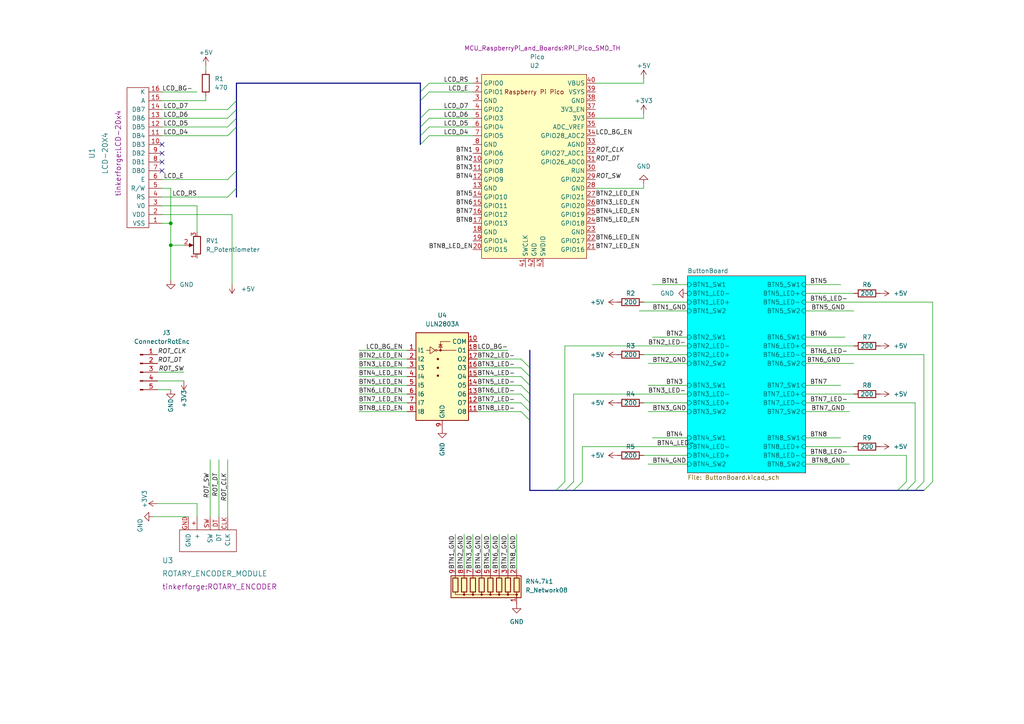
<source format=kicad_sch>
(kicad_sch (version 20211123) (generator eeschema)
  (paper "A4")
  (title_block (title "Rasp. Pico, Klipper HMI") (date "2022-03-03") (rev "1"))
  (lib_symbols
    (symbol "Connector:Conn_01x05_Male" (pin_names (offset 1.016) hide)
      (property "Reference" "J" (at 0 7.62 0))
      (property "Value" "Conn_01x05_Male" (at 0 -7.62 0))
      (symbol "Conn_01x05_Male_1_1"
        (polyline (pts (xy 1.27 -5.08) (xy 0.8636 -5.08)) (stroke (width 0.1524)))
        (polyline (pts (xy 1.27 -2.54) (xy 0.8636 -2.54)) (stroke (width 0.1524)))
        (polyline (pts (xy 1.27 0) (xy 0.8636 0)) (stroke (width 0.1524)))
        (polyline (pts (xy 1.27 2.54) (xy 0.8636 2.54)) (stroke (width 0.1524)))
        (polyline (pts (xy 1.27 5.08) (xy 0.8636 5.08)) (stroke (width 0.1524)))
        (rectangle (start 0.8636 -4.953) (end 0 -5.207) (stroke (width 0.1524)) (fill (type outline)))
        (rectangle (start 0.8636 -2.413) (end 0 -2.667) (stroke (width 0.1524)) (fill (type outline)))
        (rectangle (start 0.8636 0.127) (end 0 -0.127) (stroke (width 0.1524)) (fill (type outline)))
        (rectangle (start 0.8636 2.667) (end 0 2.413) (stroke (width 0.1524)) (fill (type outline)))
        (rectangle (start 0.8636 5.207) (end 0 4.953) (stroke (width 0.1524)) (fill (type outline)))
        (pin passive line (at 5.08 5.08 180) (length 3.81) (name "Pin_1") (number "1"))
        (pin passive line (at 5.08 2.54 180) (length 3.81) (name "Pin_2") (number "2"))
        (pin passive line (at 5.08 0 180) (length 3.81) (name "Pin_3") (number "3"))
        (pin passive line (at 5.08 -2.54 180) (length 3.81) (name "Pin_4") (number "4"))
        (pin passive line (at 5.08 -5.08 180) (length 3.81) (name "Pin_5") (number "5"))
      )
    )
    (symbol "Device:R" (pin_numbers hide) (pin_names (offset 0))
      (property "Reference" "R" (at 2.032 0 90))
      (property "Value" "R" (at 0 0 90))
      (symbol "R_0_1"
        (rectangle (start -1.016 -2.54) (end 1.016 2.54) (stroke (width 0.254)))
      )
      (symbol "R_1_1"
        (pin passive line (at 0 3.81 270) (length 1.27) (name "~") (number "1"))
        (pin passive line (at 0 -3.81 90) (length 1.27) (name "~") (number "2"))
      )
    )
    (symbol "Device:R_Network08" (pin_names (offset 0) hide)
      (property "Reference" "RN" (at -12.7 0 90))
      (property "Value" "R_Network08" (at 10.16 0 90))
      (symbol "R_Network08_0_1"
        (rectangle (start -11.43 -3.175) (end 8.89 3.175) (stroke (width 0.254)) (fill (type background)))
        (rectangle (start -10.922 1.524) (end -9.398 -2.54) (stroke (width 0.254)))
        (circle (center -10.16 2.286) (radius 0.254) (fill (type outline)))
        (rectangle (start -8.382 1.524) (end -6.858 -2.54) (stroke (width 0.254)))
        (circle (center -7.62 2.286) (radius 0.254) (fill (type outline)))
        (rectangle (start -5.842 1.524) (end -4.318 -2.54) (stroke (width 0.254)))
        (circle (center -5.08 2.286) (radius 0.254) (fill (type outline)))
        (rectangle (start -3.302 1.524) (end -1.778 -2.54) (stroke (width 0.254)))
        (circle (center -2.54 2.286) (radius 0.254) (fill (type outline)))
        (rectangle (start -0.762 1.524) (end 0.762 -2.54) (stroke (width 0.254)))
        (polyline (pts (xy -10.16 -2.54) (xy -10.16 -3.81)))
        (polyline (pts (xy -7.62 -2.54) (xy -7.62 -3.81)))
        (polyline (pts (xy -5.08 -2.54) (xy -5.08 -3.81)))
        (polyline (pts (xy -2.54 -2.54) (xy -2.54 -3.81)))
        (polyline (pts (xy 0 -2.54) (xy 0 -3.81)))
        (polyline (pts (xy 2.54 -2.54) (xy 2.54 -3.81)))
        (polyline (pts (xy 5.08 -2.54) (xy 5.08 -3.81)))
        (polyline (pts (xy 7.62 -2.54) (xy 7.62 -3.81)))
        (polyline (pts (xy -10.16 1.524) (xy -10.16 2.286) (xy -7.62 2.286) (xy -7.62 1.524)))
        (polyline (pts (xy -7.62 1.524) (xy -7.62 2.286) (xy -5.08 2.286) (xy -5.08 1.524)))
        (polyline (pts (xy -5.08 1.524) (xy -5.08 2.286) (xy -2.54 2.286) (xy -2.54 1.524)))
        (polyline (pts (xy -2.54 1.524) (xy -2.54 2.286) (xy 0 2.286) (xy 0 1.524)))
        (polyline (pts (xy 0 1.524) (xy 0 2.286) (xy 2.54 2.286) (xy 2.54 1.524)))
        (polyline (pts (xy 2.54 1.524) (xy 2.54 2.286) (xy 5.08 2.286) (xy 5.08 1.524)))
        (polyline (pts (xy 5.08 1.524) (xy 5.08 2.286) (xy 7.62 2.286) (xy 7.62 1.524)))
        (circle (center 0 2.286) (radius 0.254) (fill (type outline)))
        (rectangle (start 1.778 1.524) (end 3.302 -2.54) (stroke (width 0.254)))
        (circle (center 2.54 2.286) (radius 0.254) (fill (type outline)))
        (rectangle (start 4.318 1.524) (end 5.842 -2.54) (stroke (width 0.254)))
        (circle (center 5.08 2.286) (radius 0.254) (fill (type outline)))
        (rectangle (start 6.858 1.524) (end 8.382 -2.54) (stroke (width 0.254)))
      )
      (symbol "R_Network08_1_1"
        (pin passive line (at -10.16 5.08 270) (length 2.54) (name "common") (number "1"))
        (pin passive line (at -10.16 -5.08 90) (length 1.27) (name "R1") (number "2"))
        (pin passive line (at -7.62 -5.08 90) (length 1.27) (name "R2") (number "3"))
        (pin passive line (at -5.08 -5.08 90) (length 1.27) (name "R3") (number "4"))
        (pin passive line (at -2.54 -5.08 90) (length 1.27) (name "R4") (number "5"))
        (pin passive line (at 0 -5.08 90) (length 1.27) (name "R5") (number "6"))
        (pin passive line (at 2.54 -5.08 90) (length 1.27) (name "R6") (number "7"))
        (pin passive line (at 5.08 -5.08 90) (length 1.27) (name "R7") (number "8"))
        (pin passive line (at 7.62 -5.08 90) (length 1.27) (name "R8") (number "9"))
      )
    )
    (symbol "Device:R_Potentiometer" (pin_names (offset 1.016) hide)
      (property "Reference" "RV" (at -4.445 0 90))
      (property "Value" "R_Potentiometer" (at -2.54 0 90))
      (symbol "R_Potentiometer_0_1"
        (polyline (pts (xy 2.54 0) (xy 1.524 0)))
        (polyline (pts (xy 1.143 0) (xy 2.286 0.508) (xy 2.286 -0.508) (xy 1.143 0)) (fill (type outline)))
        (rectangle (start 1.016 2.54) (end -1.016 -2.54) (stroke (width 0.254)))
      )
      (symbol "R_Potentiometer_1_1"
        (pin passive line (at 0 3.81 270) (length 1.27) (name "1") (number "1"))
        (pin passive line (at 3.81 0 180) (length 1.27) (name "2") (number "2"))
        (pin passive line (at 0 -3.81 90) (length 1.27) (name "3") (number "3"))
      )
    )
    (symbol "MCU_RaspberryPi_and_Boards:Pico"
      (property "Reference" "U" (at -13.97 27.94 0))
      (property "Value" "Pico" (at 0 19.05 0))
      (property "Footprint" "MCU_RaspberryPi_and_Boards:RPi_Pico_SMD_TH" (at 0 0 90))
      (symbol "Pico_0_0"
        (text "Raspberry Pi Pico" (at 0 21.59 0) (effects (font (size 1.27 1.27))))
      )
      (symbol "Pico_0_1"
        (rectangle (start -15.24 26.67) (end 15.24 -26.67) (fill (type background)))
      )
      (symbol "Pico_1_1"
        (pin bidirectional line (at -17.78 24.13 0) (length 2.54) (name "GPIO0") (number "1"))
        (pin bidirectional line (at -17.78 1.27 0) (length 2.54) (name "GPIO7") (number "10"))
        (pin bidirectional line (at -17.78 -1.27 0) (length 2.54) (name "GPIO8") (number "11"))
        (pin bidirectional line (at -17.78 -3.81 0) (length 2.54) (name "GPIO9") (number "12"))
        (pin power_in line (at -17.78 -6.35 0) (length 2.54) (name "GND") (number "13"))
        (pin bidirectional line (at -17.78 -8.89 0) (length 2.54) (name "GPIO10") (number "14"))
        (pin bidirectional line (at -17.78 -11.43 0) (length 2.54) (name "GPIO11") (number "15"))
        (pin bidirectional line (at -17.78 -13.97 0) (length 2.54) (name "GPIO12") (number "16"))
        (pin bidirectional line (at -17.78 -16.51 0) (length 2.54) (name "GPIO13") (number "17"))
        (pin power_in line (at -17.78 -19.05 0) (length 2.54) (name "GND") (number "18"))
        (pin bidirectional line (at -17.78 -21.59 0) (length 2.54) (name "GPIO14") (number "19"))
        (pin bidirectional line (at -17.78 21.59 0) (length 2.54) (name "GPIO1") (number "2"))
        (pin bidirectional line (at -17.78 -24.13 0) (length 2.54) (name "GPIO15") (number "20"))
        (pin bidirectional line (at 17.78 -24.13 180) (length 2.54) (name "GPIO16") (number "21"))
        (pin bidirectional line (at 17.78 -21.59 180) (length 2.54) (name "GPIO17") (number "22"))
        (pin power_in line (at 17.78 -19.05 180) (length 2.54) (name "GND") (number "23"))
        (pin bidirectional line (at 17.78 -16.51 180) (length 2.54) (name "GPIO18") (number "24"))
        (pin bidirectional line (at 17.78 -13.97 180) (length 2.54) (name "GPIO19") (number "25"))
        (pin bidirectional line (at 17.78 -11.43 180) (length 2.54) (name "GPIO20") (number "26"))
        (pin bidirectional line (at 17.78 -8.89 180) (length 2.54) (name "GPIO21") (number "27"))
        (pin power_in line (at 17.78 -6.35 180) (length 2.54) (name "GND") (number "28"))
        (pin bidirectional line (at 17.78 -3.81 180) (length 2.54) (name "GPIO22") (number "29"))
        (pin power_in line (at -17.78 19.05 0) (length 2.54) (name "GND") (number "3"))
        (pin input line (at 17.78 -1.27 180) (length 2.54) (name "RUN") (number "30"))
        (pin bidirectional line (at 17.78 1.27 180) (length 2.54) (name "GPIO26_ADC0") (number "31"))
        (pin bidirectional line (at 17.78 3.81 180) (length 2.54) (name "GPIO27_ADC1") (number "32"))
        (pin power_in line (at 17.78 6.35 180) (length 2.54) (name "AGND") (number "33"))
        (pin bidirectional line (at 17.78 8.89 180) (length 2.54) (name "GPIO28_ADC2") (number "34"))
        (pin power_in line (at 17.78 11.43 180) (length 2.54) (name "ADC_VREF") (number "35"))
        (pin power_in line (at 17.78 13.97 180) (length 2.54) (name "3V3") (number "36"))
        (pin input line (at 17.78 16.51 180) (length 2.54) (name "3V3_EN") (number "37"))
        (pin bidirectional line (at 17.78 19.05 180) (length 2.54) (name "GND") (number "38"))
        (pin power_in line (at 17.78 21.59 180) (length 2.54) (name "VSYS") (number "39"))
        (pin bidirectional line (at -17.78 16.51 0) (length 2.54) (name "GPIO2") (number "4"))
        (pin power_in line (at 17.78 24.13 180) (length 2.54) (name "VBUS") (number "40"))
        (pin input line (at -2.54 -29.21 90) (length 2.54) (name "SWCLK") (number "41"))
        (pin power_in line (at 0 -29.21 90) (length 2.54) (name "GND") (number "42"))
        (pin bidirectional line (at 2.54 -29.21 90) (length 2.54) (name "SWDIO") (number "43"))
        (pin bidirectional line (at -17.78 13.97 0) (length 2.54) (name "GPIO3") (number "5"))
        (pin bidirectional line (at -17.78 11.43 0) (length 2.54) (name "GPIO4") (number "6"))
        (pin bidirectional line (at -17.78 8.89 0) (length 2.54) (name "GPIO5") (number "7"))
        (pin power_in line (at -17.78 6.35 0) (length 2.54) (name "GND") (number "8"))
        (pin bidirectional line (at -17.78 3.81 0) (length 2.54) (name "GPIO6") (number "9"))
      )
    )
    (symbol "Transistor_Array:ULN2803A"
      (property "Reference" "U" (at 0 13.335 0))
      (property "Value" "ULN2803A" (at 0 11.43 0))
      (symbol "ULN2803A_0_1"
        (rectangle (start -7.62 -15.24) (end 7.62 10.16) (stroke (width 0.254)) (fill (type background)))
        (circle (center -1.778 5.08) (radius 0.254))
        (circle (center -1.27 -2.286) (radius 0.254) (fill (type outline)))
        (circle (center -1.27 0) (radius 0.254) (fill (type outline)))
        (circle (center -1.27 2.54) (radius 0.254) (fill (type outline)))
        (circle (center -0.508 5.08) (radius 0.254) (fill (type outline)))
        (polyline (pts (xy -4.572 5.08) (xy -3.556 5.08)))
        (polyline (pts (xy -1.524 5.08) (xy 4.064 5.08)))
        (polyline (pts (xy 0 6.731) (xy -1.016 6.731)))
        (polyline (pts (xy -0.508 5.08) (xy -0.508 7.62) (xy 2.286 7.62)))
        (polyline (pts (xy -3.556 6.096) (xy -3.556 4.064) (xy -2.032 5.08) (xy -3.556 6.096)))
        (polyline (pts (xy 0 5.969) (xy -1.016 5.969) (xy -0.508 6.731) (xy 0 5.969)))
      )
      (symbol "ULN2803A_1_1"
        (pin input line (at -10.16 5.08 0) (length 2.54) (name "I1") (number "1"))
        (pin passive line (at 10.16 7.62 180) (length 2.54) (name "COM") (number "10"))
        (pin open_collector line (at 10.16 -12.7 180) (length 2.54) (name "O8") (number "11"))
        (pin open_collector line (at 10.16 -10.16 180) (length 2.54) (name "O7") (number "12"))
        (pin open_collector line (at 10.16 -7.62 180) (length 2.54) (name "O6") (number "13"))
        (pin open_collector line (at 10.16 -5.08 180) (length 2.54) (name "O5") (number "14"))
        (pin open_collector line (at 10.16 -2.54 180) (length 2.54) (name "O4") (number "15"))
        (pin open_collector line (at 10.16 0 180) (length 2.54) (name "O3") (number "16"))
        (pin open_collector line (at 10.16 2.54 180) (length 2.54) (name "O2") (number "17"))
        (pin open_collector line (at 10.16 5.08 180) (length 2.54) (name "O1") (number "18"))
        (pin input line (at -10.16 2.54 0) (length 2.54) (name "I2") (number "2"))
        (pin input line (at -10.16 0 0) (length 2.54) (name "I3") (number "3"))
        (pin input line (at -10.16 -2.54 0) (length 2.54) (name "I4") (number "4"))
        (pin input line (at -10.16 -5.08 0) (length 2.54) (name "I5") (number "5"))
        (pin input line (at -10.16 -7.62 0) (length 2.54) (name "I6") (number "6"))
        (pin input line (at -10.16 -10.16 0) (length 2.54) (name "I7") (number "7"))
        (pin input line (at -10.16 -12.7 0) (length 2.54) (name "I8") (number "8"))
        (pin power_in line (at 0 -17.78 90) (length 2.54) (name "GND") (number "9"))
      )
    )
    (symbol "power:+3.3V" (power) (pin_names (offset 0))
      (property "Value" "+3.3V" (at 0 3.556 0))
      (symbol "+3.3V_0_1"
        (polyline (pts (xy -0.762 1.27) (xy 0 2.54)))
        (polyline (pts (xy 0 0) (xy 0 2.54)))
        (polyline (pts (xy 0 2.54) (xy 0.762 1.27)))
      )
      (symbol "+3.3V_1_1"
        (pin power_in line (at 0 0 90) (length 0) hide (name "+3V3") (number "1"))
      )
    )
    (symbol "power:+3V3" (power) (pin_names (offset 0))
      (property "Value" "+3V3" (at 0 3.556 0))
      (symbol "+3V3_0_1"
        (polyline (pts (xy -0.762 1.27) (xy 0 2.54)))
        (polyline (pts (xy 0 0) (xy 0 2.54)))
        (polyline (pts (xy 0 2.54) (xy 0.762 1.27)))
      )
      (symbol "+3V3_1_1"
        (pin power_in line (at 0 0 90) (length 0) hide (name "+3V3") (number "1"))
      )
    )
    (symbol "power:+5V" (power) (pin_names (offset 0))
      (property "Value" "+5V" (at 0 3.556 0))
      (symbol "+5V_0_1"
        (polyline (pts (xy -0.762 1.27) (xy 0 2.54)))
        (polyline (pts (xy 0 0) (xy 0 2.54)))
        (polyline (pts (xy 0 2.54) (xy 0.762 1.27)))
      )
      (symbol "+5V_1_1"
        (pin power_in line (at 0 0 90) (length 0) hide (name "+5V") (number "1"))
      )
    )
    (symbol "power:GND" (power) (pin_names (offset 0))
      (property "Value" "GND" (at 0 -3.81 0))
      (symbol "GND_0_1"
        (polyline (pts (xy 0 0) (xy 0 -1.27) (xy 1.27 -1.27) (xy 0 -2.54) (xy -1.27 -1.27) (xy 0 -1.27)))
      )
      (symbol "GND_1_1"
        (pin power_in line (at 0 0 270) (length 0) hide (name "GND") (number "1"))
      )
    )
    (symbol "tinkerforge:+5V" (power) (pin_names (offset 0))
      (property "Value" "+5V" (at 0 3.556 0))
      (symbol "+5V_0_1"
        (polyline (pts (xy -0.762 1.27) (xy 0 2.54)))
        (polyline (pts (xy 0 0) (xy 0 2.54)))
        (polyline (pts (xy 0 2.54) (xy 0.762 1.27)))
      )
      (symbol "+5V_1_1"
        (pin power_in line (at 0 0 90) (length 0) hide (name "+5V") (number "1"))
      )
    )
    (symbol "tinkerforge:LCD-20X4" (pin_names (offset 1.016))
      (property "Reference" "U" (at 0 22.86 0))
      (property "Value" "LCD-20X4" (at 1.27 -21.59 0))
      (property "Footprint" "tinkerforge:LCD-20x4" (at 0 0 0))
      (symbol "LCD-20X4_0_1"
        (rectangle (start 0 20.32) (end 6.35 -20.32))
      )
      (symbol "LCD-20X4_1_1"
        (pin passive line (at -3.81 19.05 0) (length 3.81) (name "VSS") (number "1"))
        (pin passive line (at -3.81 -3.81 0) (length 3.81) (name "DB3") (number "10"))
        (pin passive line (at -3.81 -6.35 0) (length 3.81) (name "DB4") (number "11"))
        (pin passive line (at -3.81 -8.89 0) (length 3.81) (name "DB5") (number "12"))
        (pin passive line (at -3.81 -11.43 0) (length 3.81) (name "DB6") (number "13"))
        (pin passive line (at -3.81 -13.97 0) (length 3.81) (name "DB7") (number "14"))
        (pin passive line (at -3.81 -16.51 0) (length 3.81) (name "A") (number "15"))
        (pin passive line (at -3.81 -19.05 0) (length 3.81) (name "K") (number "16"))
        (pin passive line (at -3.81 16.51 0) (length 3.81) (name "VDD") (number "2"))
        (pin passive line (at -3.81 13.97 0) (length 3.81) (name "V0") (number "3"))
        (pin passive line (at -3.81 11.43 0) (length 3.81) (name "RS") (number "4"))
        (pin passive line (at -3.81 8.89 0) (length 3.81) (name "R/W") (number "5"))
        (pin passive line (at -3.81 6.35 0) (length 3.81) (name "E") (number "6"))
        (pin passive line (at -3.81 3.81 0) (length 3.81) (name "DB0") (number "7"))
        (pin passive line (at -3.81 1.27 0) (length 3.81) (name "DB1") (number "8"))
        (pin passive line (at -3.81 -1.27 0) (length 3.81) (name "DB2") (number "9"))
      )
    )
    (symbol "tinkerforge:ROTARY_ENCODER_MODULE" (pin_names (offset 1.016))
      (property "Reference" "U" (at -1.27 10.16 0))
      (property "Value" "ROTARY_ENCODER_MODULE" (at 1.27 -8.89 0))
      (property "Footprint" "tinkerforge:ROTARY_ENCODER" (at 0 0 0))
      (symbol "ROTARY_ENCODER_MODULE_0_1"
        (rectangle (start -2.54 8.89) (end 3.81 -7.62))
      )
      (symbol "ROTARY_ENCODER_MODULE_1_1"
        (pin input line (at -6.35 -2.54 0) (length 3.81) (name "+") (number "+"))
        (pin input line (at -6.35 6.35 0) (length 3.81) (name "CLK") (number "CLK"))
        (pin input line (at -6.35 3.81 0) (length 3.81) (name "DT") (number "DT"))
        (pin input line (at -6.35 -5.08 0) (length 3.81) (name "GND") (number "GND"))
        (pin input line (at -6.35 1.27 0) (length 3.81) (name "SW") (number "SW"))
      )
    )
  )
  (junction (at 49.53 71.12))
  (junction (at 49.53 64.77))
  (no_connect (at 46.99 41.91))
  (no_connect (at 46.99 44.45))
  (no_connect (at 46.99 46.99))
  (no_connect (at 46.99 49.53))
  (bus_entry (at 68.58 54.61) (size -2.54 2.54))
  (bus_entry (at 68.58 29.21) (size -2.54 2.54))
  (bus_entry (at 68.58 34.29) (size -2.54 2.54))
  (bus_entry (at 68.58 36.83) (size -2.54 2.54))
  (bus_entry (at 68.58 49.53) (size -2.54 2.54))
  (bus_entry (at 68.58 31.75) (size -2.54 2.54))
  (bus_entry (at 161.29 142.24) (size 2.54 -2.54))
  (bus_entry (at 163.83 142.24) (size 2.54 -2.54))
  (bus_entry (at 166.37 142.24) (size 2.54 -2.54))
  (bus_entry (at 265.43 142.24) (size 2.54 -2.54))
  (bus_entry (at 267.97 142.24) (size 2.54 -2.54))
  (bus_entry (at 260.35 142.24) (size 2.54 -2.54))
  (bus_entry (at 262.89 142.24) (size 2.54 -2.54))
  (bus_entry (at 121.92 39.37) (size 2.54 -2.54))
  (bus_entry (at 121.92 41.91) (size 2.54 -2.54))
  (bus_entry (at 121.92 36.83) (size 2.54 -2.54))
  (bus_entry (at 121.92 34.29) (size 2.54 -2.54))
  (bus_entry (at 121.92 26.67) (size 2.54 -2.54))
  (bus_entry (at 121.92 29.21) (size 2.54 -2.54))
  (bus_entry (at 151.13 114.3) (size 2.54 2.54))
  (bus_entry (at 151.13 111.76) (size 2.54 2.54))
  (bus_entry (at 151.13 104.14) (size 2.54 2.54))
  (bus_entry (at 151.13 109.22) (size 2.54 2.54))
  (bus_entry (at 151.13 106.68) (size 2.54 2.54))
  (bus_entry (at 151.13 119.38) (size 2.54 2.54))
  (bus_entry (at 151.13 116.84) (size 2.54 2.54))
  (wire (pts (xy 46.99 52.07) (xy 66.04 52.07)))
  (wire (pts (xy 233.68 105.41) (xy 247.65 105.41)))
  (wire (pts (xy 233.68 119.38) (xy 246.38 119.38)))
  (wire (pts (xy 233.68 100.33) (xy 247.65 100.33)))
  (bus (pts (xy 265.43 142.24) (xy 262.89 142.24)))
  (bus (pts (xy 121.92 26.67) (xy 121.92 29.21)))
  (wire (pts (xy 270.51 139.7) (xy 270.51 87.63)))
  (wire (pts (xy 46.99 26.67) (xy 57.15 26.67)))
  (bus (pts (xy 153.67 121.92) (xy 153.67 142.24)))
  (bus (pts (xy 68.58 57.15) (xy 68.58 54.61)))
  (wire (pts (xy 138.43 109.22) (xy 151.13 109.22)))
  (wire (pts (xy 168.91 139.7) (xy 168.91 129.54)))
  (wire (pts (xy 189.23 97.79) (xy 199.39 97.79)))
  (wire (pts (xy 265.43 139.7) (xy 265.43 116.84)))
  (wire (pts (xy 46.99 39.37) (xy 66.04 39.37)))
  (bus (pts (xy 121.92 29.21) (xy 121.92 34.29)))
  (wire (pts (xy 168.91 129.54) (xy 199.39 129.54)))
  (wire (pts (xy 189.23 82.55) (xy 199.39 82.55)))
  (wire (pts (xy 44.45 149.86) (xy 54.61 149.86)))
  (wire (pts (xy 66.04 133.35) (xy 66.04 149.86)))
  (wire (pts (xy 262.89 139.7) (xy 262.89 132.08)))
  (wire (pts (xy 233.68 114.3) (xy 247.65 114.3)))
  (wire (pts (xy 59.69 20.32) (xy 59.69 19.05)))
  (bus (pts (xy 166.37 142.24) (xy 260.35 142.24)))
  (wire (pts (xy 186.69 54.61) (xy 186.69 53.34)))
  (wire (pts (xy 186.69 132.08) (xy 199.39 132.08)))
  (wire (pts (xy 60.96 133.35) (xy 60.96 149.86)))
  (wire (pts (xy 49.53 113.03) (xy 45.72 113.03)))
  (wire (pts (xy 104.14 114.3) (xy 118.11 114.3)))
  (wire (pts (xy 267.97 102.87) (xy 233.68 102.87)))
  (wire (pts (xy 187.96 105.41) (xy 199.39 105.41)))
  (wire (pts (xy 53.34 110.49) (xy 45.72 110.49)))
  (bus (pts (xy 68.58 49.53) (xy 68.58 36.83)))
  (wire (pts (xy 199.39 114.3) (xy 166.37 114.3)))
  (bus (pts (xy 153.67 142.24) (xy 161.29 142.24)))
  (wire (pts (xy 104.14 116.84) (xy 118.11 116.84)))
  (wire (pts (xy 67.31 62.23) (xy 67.31 82.55)))
  (wire (pts (xy 53.34 107.95) (xy 45.72 107.95)))
  (wire (pts (xy 147.32 154.94) (xy 147.32 165.1)))
  (wire (pts (xy 57.15 149.86) (xy 57.15 146.05)))
  (wire (pts (xy 270.51 87.63) (xy 233.68 87.63)))
  (wire (pts (xy 163.83 100.33) (xy 199.39 100.33)))
  (wire (pts (xy 186.69 116.84) (xy 199.39 116.84)))
  (wire (pts (xy 186.69 102.87) (xy 199.39 102.87)))
  (wire (pts (xy 149.86 154.94) (xy 149.86 165.1)))
  (bus (pts (xy 121.92 39.37) (xy 121.92 41.91)))
  (wire (pts (xy 187.96 134.62) (xy 199.39 134.62)))
  (wire (pts (xy 46.99 36.83) (xy 66.04 36.83)))
  (wire (pts (xy 59.69 27.94) (xy 59.69 29.21)))
  (wire (pts (xy 104.14 109.22) (xy 118.11 109.22)))
  (wire (pts (xy 233.68 82.55) (xy 243.84 82.55)))
  (bus (pts (xy 153.67 116.84) (xy 153.67 119.38)))
  (bus (pts (xy 121.92 24.13) (xy 121.92 26.67)))
  (wire (pts (xy 124.46 36.83) (xy 137.16 36.83)))
  (wire (pts (xy 172.72 34.29) (xy 186.69 34.29)))
  (wire (pts (xy 104.14 111.76) (xy 118.11 111.76)))
  (wire (pts (xy 46.99 64.77) (xy 49.53 64.77)))
  (wire (pts (xy 138.43 114.3) (xy 151.13 114.3)))
  (bus (pts (xy 153.67 111.76) (xy 153.67 114.3)))
  (wire (pts (xy 104.14 106.68) (xy 118.11 106.68)))
  (wire (pts (xy 124.46 31.75) (xy 137.16 31.75)))
  (wire (pts (xy 172.72 54.61) (xy 186.69 54.61)))
  (bus (pts (xy 153.67 119.38) (xy 153.67 121.92)))
  (bus (pts (xy 161.29 142.24) (xy 163.83 142.24)))
  (wire (pts (xy 49.53 71.12) (xy 49.53 81.28)))
  (wire (pts (xy 233.68 111.76) (xy 243.84 111.76)))
  (bus (pts (xy 121.92 34.29) (xy 121.92 36.83)))
  (wire (pts (xy 185.42 90.17) (xy 199.39 90.17)))
  (wire (pts (xy 124.46 39.37) (xy 137.16 39.37)))
  (bus (pts (xy 68.58 34.29) (xy 68.58 31.75)))
  (wire (pts (xy 46.99 31.75) (xy 66.04 31.75)))
  (wire (pts (xy 139.7 154.94) (xy 139.7 165.1)))
  (wire (pts (xy 233.68 127) (xy 243.84 127)))
  (wire (pts (xy 187.96 111.76) (xy 199.39 111.76)))
  (wire (pts (xy 172.72 24.13) (xy 186.69 24.13)))
  (wire (pts (xy 124.46 24.13) (xy 137.16 24.13)))
  (wire (pts (xy 134.62 154.94) (xy 134.62 165.1)))
  (wire (pts (xy 104.14 101.6) (xy 118.11 101.6)))
  (wire (pts (xy 63.5 149.86) (xy 63.5 133.35)))
  (wire (pts (xy 138.43 104.14) (xy 151.13 104.14)))
  (bus (pts (xy 260.35 142.24) (xy 262.89 142.24)))
  (wire (pts (xy 66.04 57.15) (xy 46.99 57.15)))
  (wire (pts (xy 45.72 146.05) (xy 57.15 146.05)))
  (wire (pts (xy 163.83 139.7) (xy 163.83 100.33)))
  (bus (pts (xy 68.58 24.13) (xy 121.92 24.13)))
  (wire (pts (xy 138.43 101.6) (xy 147.32 101.6)))
  (bus (pts (xy 68.58 36.83) (xy 68.58 34.29)))
  (wire (pts (xy 265.43 116.84) (xy 233.68 116.84)))
  (bus (pts (xy 68.58 31.75) (xy 68.58 29.21)))
  (wire (pts (xy 46.99 34.29) (xy 66.04 34.29)))
  (wire (pts (xy 49.53 71.12) (xy 53.34 71.12)))
  (wire (pts (xy 186.69 34.29) (xy 186.69 33.02)))
  (wire (pts (xy 57.15 59.69) (xy 57.15 67.31)))
  (wire (pts (xy 138.43 116.84) (xy 151.13 116.84)))
  (wire (pts (xy 166.37 114.3) (xy 166.37 139.7)))
  (wire (pts (xy 104.14 119.38) (xy 118.11 119.38)))
  (bus (pts (xy 68.58 54.61) (xy 68.58 49.53)))
  (bus (pts (xy 153.67 114.3) (xy 153.67 116.84)))
  (bus (pts (xy 153.67 109.22) (xy 153.67 111.76)))
  (wire (pts (xy 124.46 34.29) (xy 137.16 34.29)))
  (wire (pts (xy 49.53 54.61) (xy 49.53 64.77)))
  (wire (pts (xy 132.08 154.94) (xy 132.08 165.1)))
  (bus (pts (xy 153.67 101.6) (xy 153.67 106.68)))
  (wire (pts (xy 186.69 24.13) (xy 186.69 22.86)))
  (wire (pts (xy 138.43 106.68) (xy 151.13 106.68)))
  (wire (pts (xy 46.99 62.23) (xy 67.31 62.23)))
  (bus (pts (xy 265.43 142.24) (xy 267.97 142.24)))
  (wire (pts (xy 267.97 139.7) (xy 267.97 102.87)))
  (wire (pts (xy 189.23 127) (xy 199.39 127)))
  (wire (pts (xy 233.68 134.62) (xy 246.38 134.62)))
  (wire (pts (xy 46.99 54.61) (xy 49.53 54.61)))
  (wire (pts (xy 187.96 119.38) (xy 199.39 119.38)))
  (wire (pts (xy 46.99 29.21) (xy 59.69 29.21)))
  (wire (pts (xy 233.68 129.54) (xy 247.65 129.54)))
  (wire (pts (xy 233.68 97.79) (xy 245.11 97.79)))
  (bus (pts (xy 153.67 106.68) (xy 153.67 109.22)))
  (wire (pts (xy 262.89 132.08) (xy 233.68 132.08)))
  (wire (pts (xy 49.53 64.77) (xy 49.53 71.12)))
  (wire (pts (xy 138.43 119.38) (xy 151.13 119.38)))
  (wire (pts (xy 46.99 59.69) (xy 57.15 59.69)))
  (wire (pts (xy 137.16 154.94) (xy 137.16 165.1)))
  (wire (pts (xy 124.46 26.67) (xy 137.16 26.67)))
  (wire (pts (xy 104.14 104.14) (xy 118.11 104.14)))
  (bus (pts (xy 163.83 142.24) (xy 166.37 142.24)))
  (wire (pts (xy 138.43 111.76) (xy 151.13 111.76)))
  (wire (pts (xy 144.78 154.94) (xy 144.78 165.1)))
  (wire (pts (xy 142.24 154.94) (xy 142.24 165.1)))
  (wire (pts (xy 233.68 85.09) (xy 247.65 85.09)))
  (bus (pts (xy 68.58 29.21) (xy 68.58 24.13)))
  (wire (pts (xy 233.68 90.17) (xy 247.65 90.17)))
  (wire (pts (xy 186.69 87.63) (xy 199.39 87.63)))
  (bus (pts (xy 121.92 36.83) (xy 121.92 39.37)))
  (label "LCD_D5" (at 54.61 36.83 180))
  (label "BTN4_LED_EN" (at 172.72 62.23 0))
  (label "BTN2_LED_EN" (at 172.72 57.15 0))
  (label "BTN8_GND" (at 149.86 165.1 90))
  (label "BTN6" (at 137.16 59.69 180))
  (label "BTN2" (at 137.16 46.99 180))
  (label "BTN4" (at 198.12 127 180))
  (label "BTN5" (at 137.16 57.15 180))
  (label "BTN5_LED-" (at 138.43 111.76 0))
  (label "BTN4_LED-" (at 138.43 109.22 0))
  (label "BTN7_GND" (at 147.32 165.1 90))
  (label "BTN1_GND" (at 189.23 90.17 0))
  (label "ROT_SW" (at 172.72 52.07 0) (effects (font italic)))
  (label "BTN3_LED-" (at 187.96 114.3 0))
  (label "BTN6_GND" (at 243.84 105.41 180))
  (label "LCD_BG-" (at 147.32 101.6 180))
  (label "BTN4_GND" (at 139.7 165.1 90))
  (label "BTN7_LED-" (at 138.43 116.84 0))
  (label "BTN7_LED_EN" (at 172.72 72.39 0))
  (label "ROT_CLK" (at 45.72 102.87 0) (effects (font italic)))
  (label "BTN1" (at 196.85 82.55 180))
  (label "LCD_D7" (at 54.61 31.75 180))
  (label "ROT_DT" (at 45.72 105.41 0) (effects (font italic)))
  (label "BTN5_GND" (at 245.11 90.17 180))
  (label "ROT_DT" (at 172.72 46.99 0) (effects (font italic)))
  (label "BTN6_LED_EN" (at 172.72 69.85 0))
  (label "BTN8_LED-" (at 234.95 132.08 0))
  (label "LCD_BG_EN" (at 172.72 39.37 0))
  (label "BTN6" (at 234.95 97.79 0))
  (label "ROT_SW" (at 60.96 137.16 270) (effects (font italic)))
  (label "ROT_CLK" (at 66.04 137.16 270) (effects (font italic)))
  (label "BTN1_GND" (at 132.08 165.1 90))
  (label "BTN5" (at 234.95 82.55 0))
  (label "BTN4_LED-" (at 190.5 129.54 0))
  (label "BTN3_GND" (at 137.16 165.1 90))
  (label "BTN7" (at 234.95 111.76 0))
  (label "LCD_RS" (at 57.15 57.15 180))
  (label "LCD_BG-" (at 55.88 26.67 180))
  (label "LCD_E" (at 53.34 52.07 180))
  (label "BTN6_LED_EN" (at 116.84 114.3 180))
  (label "BTN5_LED_EN" (at 172.72 64.77 0))
  (label "BTN4_LED_EN" (at 116.84 109.22 180))
  (label "BTN5_LED_EN" (at 116.84 111.76 180))
  (label "BTN8_LED_EN" (at 116.84 119.38 180))
  (label "BTN8" (at 234.95 127 0))
  (label "BTN2_GND" (at 134.62 165.1 90))
  (label "BTN3_LED-" (at 138.43 106.68 0))
  (label "BTN2_GND" (at 189.23 105.41 0))
  (label "LCD_D7" (at 135.89 31.75 180))
  (label "BTN5_GND" (at 142.24 165.1 90))
  (label "BTN2_LED_EN" (at 116.84 104.14 180))
  (label "BTN5_LED-" (at 234.95 87.63 0))
  (label "LCD_D5" (at 135.89 36.83 180))
  (label "BTN3" (at 137.16 49.53 180))
  (label "BTN2_LED-" (at 187.96 100.33 0))
  (label "BTN3_LED_EN" (at 116.84 106.68 180))
  (label "ROT_SW" (at 53.34 107.95 180) (effects (font italic)))
  (label "LCD_BG_EN" (at 116.84 101.6 180))
  (label "BTN6_GND" (at 144.78 165.1 90))
  (label "LCD_D4" (at 135.89 39.37 180))
  (label "BTN8_LED-" (at 138.43 119.38 0))
  (label "LCD_D6" (at 135.89 34.29 180))
  (label "BTN3" (at 198.12 111.76 180))
  (label "LCD_D4" (at 54.61 39.37 180))
  (label "BTN7_LED-" (at 234.95 116.84 0))
  (label "LCD_D6" (at 54.61 34.29 180))
  (label "BTN8_GND" (at 245.11 134.62 180))
  (label "BTN3_LED_EN" (at 172.72 59.69 0))
  (label "BTN8" (at 137.16 64.77 180))
  (label "ROT_CLK" (at 172.72 44.45 0) (effects (font italic)))
  (label "BTN6_LED-" (at 234.95 102.87 0))
  (label "LCD_RS" (at 135.89 24.13 180))
  (label "LCD_E" (at 135.89 26.67 180))
  (label "ROT_DT" (at 63.5 137.16 270) (effects (font italic)))
  (label "BTN6_LED-" (at 138.43 114.3 0))
  (label "BTN7_LED_EN" (at 116.84 116.84 180))
  (label "BTN4_GND" (at 189.23 134.62 0))
  (label "BTN2" (at 198.12 97.79 180))
  (label "BTN4" (at 137.16 52.07 180))
  (label "BTN3_GND" (at 189.23 119.38 0))
  (label "BTN8_LED_EN" (at 137.16 72.39 180))
  (label "BTN1" (at 137.16 44.45 180))
  (label "BTN2_LED-" (at 138.43 104.14 0))
  (label "BTN7" (at 137.16 62.23 180))
  (label "BTN7_GND" (at 245.11 119.38 180))
  (symbol (lib_id "power:+5V") (at 255.27 114.3 270) (unit 1)
    (property "Reference" "#PWR0109" (effects hide))
    (property "Value" "+5V" (at 259.08 114.2999 90) (effects (justify left)))
  )
  (symbol (lib_id "tinkerforge:LCD-20X4") (at 43.18 45.72 180) (unit 1)
    (property "Reference" "U1" (at 26.67 44.45 90) (effects (font (size 1.524 1.524))))
    (property "Value" "LCD-20X4" (at 30.48 44.45 90) (effects (font (size 1.524 1.524))))
    (property "Footprint" "tinkerforge:LCD-20x4" (at 34.29 44.45 90) (effects (font (size 1.524 1.524))))
  )
  (symbol (lib_id "power:+5V") (at 67.31 82.55 180) (unit 1)
    (property "Reference" "#PWR0102" (effects hide))
    (property "Value" "+5V" (at 69.85 83.82 0) (effects (justify right)))
  )
  (symbol (lib_id "Device:R") (at 251.46 85.09 270) (unit 1)
    (property "Reference" "R6" (at 251.46 82.55 90))
    (property "Value" "200" (at 251.46 85.09 90))
  )
  (symbol (lib_id "power:GND") (at 49.53 81.28 0) (unit 1)
    (property "Reference" "#PWR0101" (effects hide))
    (property "Value" "GND" (at 52.07 82.5499 0) (effects (justify left)))
  )
  (symbol (lib_id "Transistor_Array:ULN2803A") (at 128.27 106.68 0) (unit 1)
    (property "Reference" "U4" (at 128.27 91.44 0))
    (property "Value" "ULN2803A" (at 128.27 93.98 0))
    (property "Datasheet" "http://www.ti.com/lit/ds/symlink/uln2803a.pdf" (effects hide))
  )
  (symbol (lib_id "Device:R") (at 251.46 129.54 90) (unit 1)
    (property "Reference" "R9" (at 251.46 127 90))
    (property "Value" "200" (at 251.46 129.54 90))
  )
  (symbol (lib_id "Device:R") (at 182.88 102.87 90) (unit 1)
    (property "Reference" "R3" (at 182.88 100.33 90))
    (property "Value" "200" (at 182.88 102.87 90))
  )
  (symbol (lib_id "power:+5V") (at 179.07 132.08 90) (unit 1)
    (property "Reference" "#PWR0115" (effects hide))
    (property "Value" "+5V" (at 175.26 132.0799 90) (effects (justify left)))
  )
  (symbol (lib_id "power:GND") (at 186.69 53.34 180) (unit 1)
    (property "Reference" "#PWR0107" (effects hide))
    (property "Value" "GND" (at 186.69 48.26 0))
  )
  (symbol (lib_id "power:GND") (at 128.27 124.46 0) (unit 1)
    (property "Reference" "#PWR0106" (effects hide))
    (property "Value" "GND" (at 128.27 128.27 90) (effects (justify right)))
  )
  (symbol (lib_id "tinkerforge:+5V") (at 186.69 22.86 0) (unit 1)
    (property "Reference" "#PWR0118" (effects hide))
    (property "Value" "+5V" (at 186.69 19.05 0))
  )
  (symbol (lib_id "Device:R_Potentiometer") (at 57.15 71.12 180) (unit 1)
    (property "Reference" "RV1" (at 59.69 69.8499 0) (effects (justify right)))
    (property "Value" "R_Potentiometer" (at 59.69 72.3899 0) (effects (justify right)))
  )
  (symbol (lib_id "Device:R") (at 251.46 100.33 270) (unit 1)
    (property "Reference" "R7" (at 251.46 97.79 90))
    (property "Value" "200" (at 251.46 100.33 90))
  )
  (symbol (lib_id "power:GND") (at 44.45 149.86 270) (unit 1)
    (property "Reference" "#PWR0103" (effects hide))
    (property "Value" "GND" (at 40.64 152.4 0))
  )
  (symbol (lib_id "power:+5V") (at 255.27 129.54 270) (unit 1)
    (property "Reference" "#PWR0112" (effects hide))
    (property "Value" "+5V" (at 259.08 129.5399 90) (effects (justify left)))
  )
  (symbol (lib_id "Device:R") (at 182.88 87.63 270) (unit 1)
    (property "Reference" "R2" (at 182.88 85.09 90))
    (property "Value" "200" (at 182.88 87.63 90))
  )
  (symbol (lib_id "Device:R") (at 251.46 114.3 90) (unit 1)
    (property "Reference" "R8" (at 251.46 111.76 90))
    (property "Value" "200" (at 251.46 114.3 90))
  )
  (symbol (lib_id "power:+5V") (at 59.69 19.05 0) (unit 1)
    (property "Reference" "#PWR0104" (effects hide))
    (property "Value" "+5V" (at 59.69 15.24 0))
  )
  (symbol (lib_id "Device:R") (at 182.88 132.08 90) (unit 1)
    (property "Reference" "R5" (at 182.88 129.54 90))
    (property "Value" "200" (at 182.88 132.08 90))
  )
  (symbol (lib_id "power:GND") (at 199.39 85.09 270) (unit 1)
    (property "Reference" "#PWR0116" (effects hide))
    (property "Value" "GND" (at 195.58 85.0899 90) (effects (justify right)))
  )
  (symbol (lib_id "power:+5V") (at 179.07 102.87 90) (unit 1)
    (property "Reference" "#PWR0113" (effects hide))
    (property "Value" "+5V" (at 175.26 102.8699 90) (effects (justify left)))
  )
  (symbol (lib_id "Device:R_Network08") (at 139.7 170.18 180) (unit 1)
    (property "Reference" "RN4.7k1" (at 152.4 168.6559 0) (effects (justify right)))
    (property "Value" "R_Network08" (at 152.4 171.1959 0) (effects (justify right)))
    (property "Footprint" "Resistor_THT:R_Array_SIP9" (effects hide))
    (property "Datasheet" "http://www.vishay.com/docs/31509/csc.pdf" (effects hide))
  )
  (symbol (lib_id "power:+3V3") (at 45.72 146.05 90) (unit 1)
    (property "Reference" "#PWR0105" (effects hide))
    (property "Value" "+3V3" (at 41.91 144.78 0))
  )
  (symbol (lib_id "power:+3.3V") (at 186.69 33.02 0) (unit 1)
    (property "Reference" "#PWR0108" (effects hide))
    (property "Value" "+3.3V" (at 186.69 29.21 0))
  )
  (symbol (lib_id "power:+5V") (at 255.27 100.33 270) (unit 1)
    (property "Reference" "#PWR0110" (effects hide))
    (property "Value" "+5V" (at 259.08 100.3299 90) (effects (justify left)))
  )
  (symbol (lib_id "tinkerforge:ROTARY_ENCODER_MODULE") (at 59.69 156.21 270) (unit 1)
    (property "Reference" "U3" (at 46.99 162.56 90) (effects (font (size 1.524 1.524)) (justify left)))
    (property "Value" "ROTARY_ENCODER_MODULE" (at 46.99 166.37 90) (effects (font (size 1.524 1.524)) (justify left)))
    (property "Footprint" "tinkerforge:ROTARY_ENCODER" (at 46.99 170.18 90) (effects (font (size 1.524 1.524)) (justify left)))
  )
  (symbol (lib_id "Device:R") (at 59.69 24.13 180) (unit 1)
    (property "Reference" "R1" (at 62.23 22.8599 0) (effects (justify right)))
    (property "Value" "470" (at 62.23 25.3999 0) (effects (justify right)))
  )
  (symbol (lib_id "Device:R") (at 182.88 116.84 270) (unit 1)
    (property "Reference" "R4" (at 182.88 114.3 90))
    (property "Value" "200" (at 182.88 116.84 90))
  )
  (symbol (lib_id "MCU_RaspberryPi_and_Boards:Pico") (at 154.94 48.26 0) (unit 1)
    (property "Reference" "U2" (at 153.67 19.05 0) (effects (justify left)))
    (property "Value" "Pico" (at 153.67 16.51 0) (effects (justify left)))
    (property "Footprint" "MCU_RaspberryPi_and_Boards:RPi_Pico_SMD_TH" (at 134.62 13.97 0) (effects (justify left)))
  )
  (symbol (lib_id "power:GND") (at 49.53 113.03 0) (unit 1)
    (property "Reference" "#PWR0121" (effects hide))
    (property "Value" "GND" (at 49.53 115.57 90) (effects (justify right)))
  )
  (symbol (lib_id "Connector:Conn_01x05_Male") (at 40.64 107.95 0) (unit 1)
    (property "Reference" "J3" (at 48.26 96.52 0))
    (property "Value" "ConnectorRotEnc" (at 46.99 99.06 0))
  )
  (symbol (lib_id "power:+5V") (at 255.27 85.09 270) (unit 1)
    (property "Reference" "#PWR0111" (effects hide))
    (property "Value" "+5V" (at 259.08 85.0899 90) (effects (justify left)))
  )
  (symbol (lib_id "power:+5V") (at 179.07 116.84 90) (unit 1)
    (property "Reference" "#PWR0114" (effects hide))
    (property "Value" "+5V" (at 175.26 116.8399 90) (effects (justify left)))
  )
  (symbol (lib_id "power:+3.3V") (at 53.34 110.49 180) (unit 1)
    (property "Reference" "#PWR0120" (effects hide))
    (property "Value" "+3.3V" (at 53.34 113.03 90) (effects (justify left)))
  )
  (symbol (lib_id "power:+5V") (at 179.07 87.63 90) (unit 1)
    (property "Reference" "#PWR0117" (effects hide))
    (property "Value" "+5V" (at 175.26 87.6299 90) (effects (justify left)))
  )
  (symbol (lib_id "power:GND") (at 149.86 175.26 0) (unit 1)
    (property "Reference" "#PWR0119" (effects hide))
    (property "Value" "GND" (at 149.86 180.34 0))
  )
  (sheet (at 199.39 80.01) (size 34.29 57.15) (stroke (width 0.1524)) (fill (color 0 255 255 1.0000))
    (property "Sheet name" "ButtonBoard" (at 199.39 79.2984 0) (effects (justify left bottom)))
    (property "Sheet file" "ButtonBoard.kicad_sch" (at 199.39 137.7446 0) (effects (justify left top)))
    (pin "BTN3_SW1" input (at 199.39 111.76 180))
    (pin "BTN4_SW2" input (at 199.39 134.62 180))
    (pin "BTN3_LED-" input (at 199.39 114.3 180))
    (pin "BTN3_SW2" input (at 199.39 119.38 180))
    (pin "BTN4_SW1" input (at 199.39 127 180))
    (pin "BTN3_LED+" input (at 199.39 116.84 180))
    (pin "BTN4_LED+" input (at 199.39 132.08 180))
    (pin "BTN4_LED-" input (at 199.39 129.54 180))
    (pin "BTN1_SW2" input (at 199.39 90.17 180))
    (pin "BTN2_SW1" input (at 199.39 97.79 180))
    (pin "BTN1_LED+" input (at 199.39 87.63 180))
    (pin "BTN2_LED-" input (at 199.39 100.33 180))
    (pin "BTN2_SW2" input (at 199.39 105.41 180))
    (pin "BTN1_LED-" input (at 199.39 85.09 180))
    (pin "BTN2_LED+" input (at 199.39 102.87 180))
    (pin "BTN7_LED+" input (at 233.68 114.3 0))
    (pin "BTN7_LED-" input (at 233.68 116.84 0))
    (pin "BTN7_SW2" input (at 233.68 119.38 0))
    (pin "BTN8_SW1" input (at 233.68 127 0))
    (pin "BTN8_LED+" input (at 233.68 129.54 0))
    (pin "BTN8_LED-" input (at 233.68 132.08 0))
    (pin "BTN8_SW2" input (at 233.68 134.62 0))
    (pin "BTN5_SW1" input (at 233.68 82.55 0))
    (pin "BTN6_SW2" input (at 233.68 105.41 0))
    (pin "BTN7_SW1" input (at 233.68 111.76 0))
    (pin "BTN6_LED+" input (at 233.68 100.33 0))
    (pin "BTN5_LED+" input (at 233.68 85.09 0))
    (pin "BTN5_SW2" input (at 233.68 90.17 0))
    (pin "BTN6_LED-" input (at 233.68 102.87 0))
    (pin "BTN5_LED-" input (at 233.68 87.63 0))
    (pin "BTN6_SW1" input (at 233.68 97.79 0))
    (pin "BTN1_SW1" input (at 199.39 82.55 180))
  )
)
</source>
